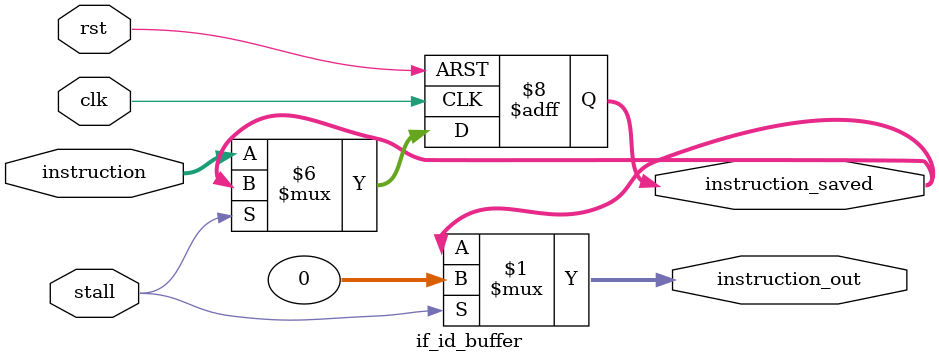
<source format=v>
/*
Author: Ian Gilman
Title: Instruction Fetch / Instruction Decode Buffer Registers
Summary: Buffer stores instrution between the Instruction Fetch and Instruction
   Decode stages of a pipelined CPU
*/


module if_id_buffer(
         clk,
         rst,
         stall,
         instruction,
         instruction_out,
         instruction_saved
);
   // INPUT
   // buffer control
   input wire clk, rst, stall;  // clock, reset buf data, stall buf changes
   // instruction
   input wire [31:0] instruction;
   // OUTPUT
   output wire [31:0] instruction_out;  // instr to id stage
   output reg [31:0]  instruction_saved;  // instr checked by data fwd
   
   
   // instruction output logic (incorporate stall)
   assign instruction_out = stall ? 32'b0 : instruction_saved;
   
   // instruction storage logic
   initial begin
      instruction_saved = 32'b0;
   end
   always @(posedge clk or negedge rst) begin
      if(!rst)
         instruction_saved <= 32'b0;
      else if(stall)
         instruction_saved <= instruction_saved;
      else
         instruction_saved <= instruction;
   end
endmodule
</source>
